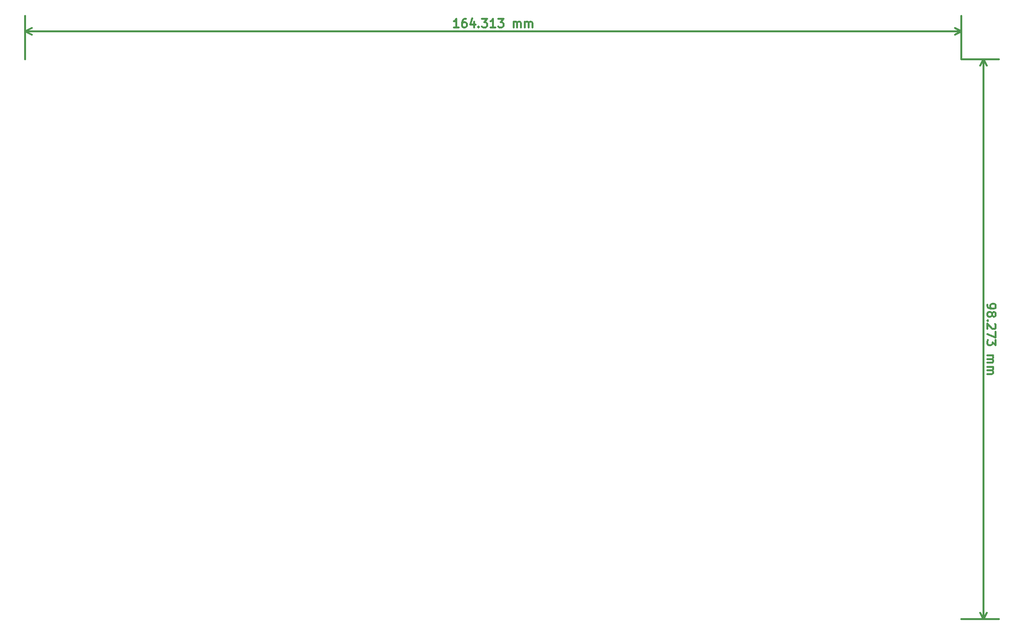
<source format=gbr>
G04 #@! TF.FileFunction,Other,User*
%FSLAX46Y46*%
G04 Gerber Fmt 4.6, Leading zero omitted, Abs format (unit mm)*
G04 Created by KiCad (PCBNEW 4.0.7) date 01/29/18 08:59:29*
%MOMM*%
%LPD*%
G01*
G04 APERTURE LIST*
%ADD10C,0.100000*%
%ADD11C,0.300000*%
G04 APERTURE END LIST*
D10*
D11*
X126122873Y-46242371D02*
X125265730Y-46242371D01*
X125694302Y-46242371D02*
X125694302Y-44742371D01*
X125551445Y-44956657D01*
X125408587Y-45099514D01*
X125265730Y-45170943D01*
X127408587Y-44742371D02*
X127122873Y-44742371D01*
X126980016Y-44813800D01*
X126908587Y-44885229D01*
X126765730Y-45099514D01*
X126694301Y-45385229D01*
X126694301Y-45956657D01*
X126765730Y-46099514D01*
X126837158Y-46170943D01*
X126980016Y-46242371D01*
X127265730Y-46242371D01*
X127408587Y-46170943D01*
X127480016Y-46099514D01*
X127551444Y-45956657D01*
X127551444Y-45599514D01*
X127480016Y-45456657D01*
X127408587Y-45385229D01*
X127265730Y-45313800D01*
X126980016Y-45313800D01*
X126837158Y-45385229D01*
X126765730Y-45456657D01*
X126694301Y-45599514D01*
X128837158Y-45242371D02*
X128837158Y-46242371D01*
X128480015Y-44670943D02*
X128122872Y-45742371D01*
X129051444Y-45742371D01*
X129622872Y-46099514D02*
X129694300Y-46170943D01*
X129622872Y-46242371D01*
X129551443Y-46170943D01*
X129622872Y-46099514D01*
X129622872Y-46242371D01*
X130194301Y-44742371D02*
X131122872Y-44742371D01*
X130622872Y-45313800D01*
X130837158Y-45313800D01*
X130980015Y-45385229D01*
X131051444Y-45456657D01*
X131122872Y-45599514D01*
X131122872Y-45956657D01*
X131051444Y-46099514D01*
X130980015Y-46170943D01*
X130837158Y-46242371D01*
X130408586Y-46242371D01*
X130265729Y-46170943D01*
X130194301Y-46099514D01*
X132551443Y-46242371D02*
X131694300Y-46242371D01*
X132122872Y-46242371D02*
X132122872Y-44742371D01*
X131980015Y-44956657D01*
X131837157Y-45099514D01*
X131694300Y-45170943D01*
X133051443Y-44742371D02*
X133980014Y-44742371D01*
X133480014Y-45313800D01*
X133694300Y-45313800D01*
X133837157Y-45385229D01*
X133908586Y-45456657D01*
X133980014Y-45599514D01*
X133980014Y-45956657D01*
X133908586Y-46099514D01*
X133837157Y-46170943D01*
X133694300Y-46242371D01*
X133265728Y-46242371D01*
X133122871Y-46170943D01*
X133051443Y-46099514D01*
X135765728Y-46242371D02*
X135765728Y-45242371D01*
X135765728Y-45385229D02*
X135837156Y-45313800D01*
X135980014Y-45242371D01*
X136194299Y-45242371D01*
X136337156Y-45313800D01*
X136408585Y-45456657D01*
X136408585Y-46242371D01*
X136408585Y-45456657D02*
X136480014Y-45313800D01*
X136622871Y-45242371D01*
X136837156Y-45242371D01*
X136980014Y-45313800D01*
X137051442Y-45456657D01*
X137051442Y-46242371D01*
X137765728Y-46242371D02*
X137765728Y-45242371D01*
X137765728Y-45385229D02*
X137837156Y-45313800D01*
X137980014Y-45242371D01*
X138194299Y-45242371D01*
X138337156Y-45313800D01*
X138408585Y-45456657D01*
X138408585Y-46242371D01*
X138408585Y-45456657D02*
X138480014Y-45313800D01*
X138622871Y-45242371D01*
X138837156Y-45242371D01*
X138980014Y-45313800D01*
X139051442Y-45456657D01*
X139051442Y-46242371D01*
X50038000Y-46913800D02*
X214350600Y-46913800D01*
X50038000Y-51841400D02*
X50038000Y-44213800D01*
X214350600Y-51841400D02*
X214350600Y-44213800D01*
X214350600Y-46913800D02*
X213224096Y-47500221D01*
X214350600Y-46913800D02*
X213224096Y-46327379D01*
X50038000Y-46913800D02*
X51164504Y-47500221D01*
X50038000Y-46913800D02*
X51164504Y-46327379D01*
X218895010Y-94905101D02*
X218895084Y-95190816D01*
X218966549Y-95333654D01*
X219037996Y-95405064D01*
X219252318Y-95547866D01*
X219538051Y-95619220D01*
X220109479Y-95619073D01*
X220252318Y-95547608D01*
X220323728Y-95476160D01*
X220395120Y-95333285D01*
X220395047Y-95047571D01*
X220323581Y-94904731D01*
X220252133Y-94833322D01*
X220109258Y-94761930D01*
X219752115Y-94762022D01*
X219609276Y-94833488D01*
X219537867Y-94904934D01*
X219466475Y-95047811D01*
X219466549Y-95333525D01*
X219538014Y-95476363D01*
X219609461Y-95547774D01*
X219752336Y-95619165D01*
X219752558Y-96476308D02*
X219823950Y-96333432D01*
X219895361Y-96261985D01*
X220038199Y-96190519D01*
X220109627Y-96190501D01*
X220252503Y-96261893D01*
X220323950Y-96333302D01*
X220395416Y-96476142D01*
X220395490Y-96761856D01*
X220324098Y-96904731D01*
X220252687Y-96976179D01*
X220109849Y-97047644D01*
X220038421Y-97047662D01*
X219895545Y-96976271D01*
X219824098Y-96904861D01*
X219752632Y-96762022D01*
X219752558Y-96476308D01*
X219681093Y-96333468D01*
X219609646Y-96262059D01*
X219466770Y-96190667D01*
X219181056Y-96190741D01*
X219038218Y-96262207D01*
X218966807Y-96333653D01*
X218895416Y-96476530D01*
X218895490Y-96762244D01*
X218966955Y-96905082D01*
X219038402Y-96976493D01*
X219181278Y-97047884D01*
X219466992Y-97047810D01*
X219609830Y-96976345D01*
X219681241Y-96904897D01*
X219752632Y-96762022D01*
X219038587Y-97690778D02*
X218967176Y-97762224D01*
X218895730Y-97690814D01*
X218967139Y-97619367D01*
X219038587Y-97690778D01*
X218895730Y-97690814D01*
X220253038Y-98333321D02*
X220324485Y-98404731D01*
X220395951Y-98547570D01*
X220396044Y-98904713D01*
X220324652Y-99047588D01*
X220253241Y-99119036D01*
X220110402Y-99190501D01*
X219967545Y-99190538D01*
X219753241Y-99119165D01*
X218895877Y-98262243D01*
X218896117Y-99190814D01*
X220396247Y-99690427D02*
X220396505Y-100690427D01*
X218896339Y-100047957D01*
X220396616Y-101118998D02*
X220396856Y-102047569D01*
X219825298Y-101547716D01*
X219825353Y-101762002D01*
X219753961Y-101904878D01*
X219682551Y-101976325D01*
X219539713Y-102047790D01*
X219182570Y-102047883D01*
X219039694Y-101976491D01*
X218968247Y-101905081D01*
X218896782Y-101762242D01*
X218896671Y-101333670D01*
X218968062Y-101190795D01*
X219039473Y-101119348D01*
X218897317Y-103833670D02*
X219897317Y-103833412D01*
X219754459Y-103833449D02*
X219825907Y-103904858D01*
X219897373Y-104047698D01*
X219897428Y-104261983D01*
X219826036Y-104404858D01*
X219683198Y-104476324D01*
X218897484Y-104476527D01*
X219683198Y-104476324D02*
X219826073Y-104547716D01*
X219897539Y-104690555D01*
X219897594Y-104904840D01*
X219826202Y-105047716D01*
X219683364Y-105119181D01*
X218897650Y-105119384D01*
X218897834Y-105833670D02*
X219897834Y-105833412D01*
X219754976Y-105833449D02*
X219826424Y-105904858D01*
X219897890Y-106047698D01*
X219897945Y-106261983D01*
X219826553Y-106404858D01*
X219683715Y-106476324D01*
X218898001Y-106476527D01*
X219683715Y-106476324D02*
X219826590Y-106547716D01*
X219898056Y-106690555D01*
X219898111Y-106904840D01*
X219826719Y-107047716D01*
X219683881Y-107119181D01*
X218898167Y-107119384D01*
X218212450Y-51840402D02*
X218237850Y-150113002D01*
X214350600Y-51841400D02*
X220912450Y-51839704D01*
X214376000Y-150114000D02*
X220937850Y-150112304D01*
X218237850Y-150113002D02*
X217651138Y-148986650D01*
X218237850Y-150113002D02*
X218823980Y-148986347D01*
X218212450Y-51840402D02*
X217626320Y-52967057D01*
X218212450Y-51840402D02*
X218799162Y-52966754D01*
M02*

</source>
